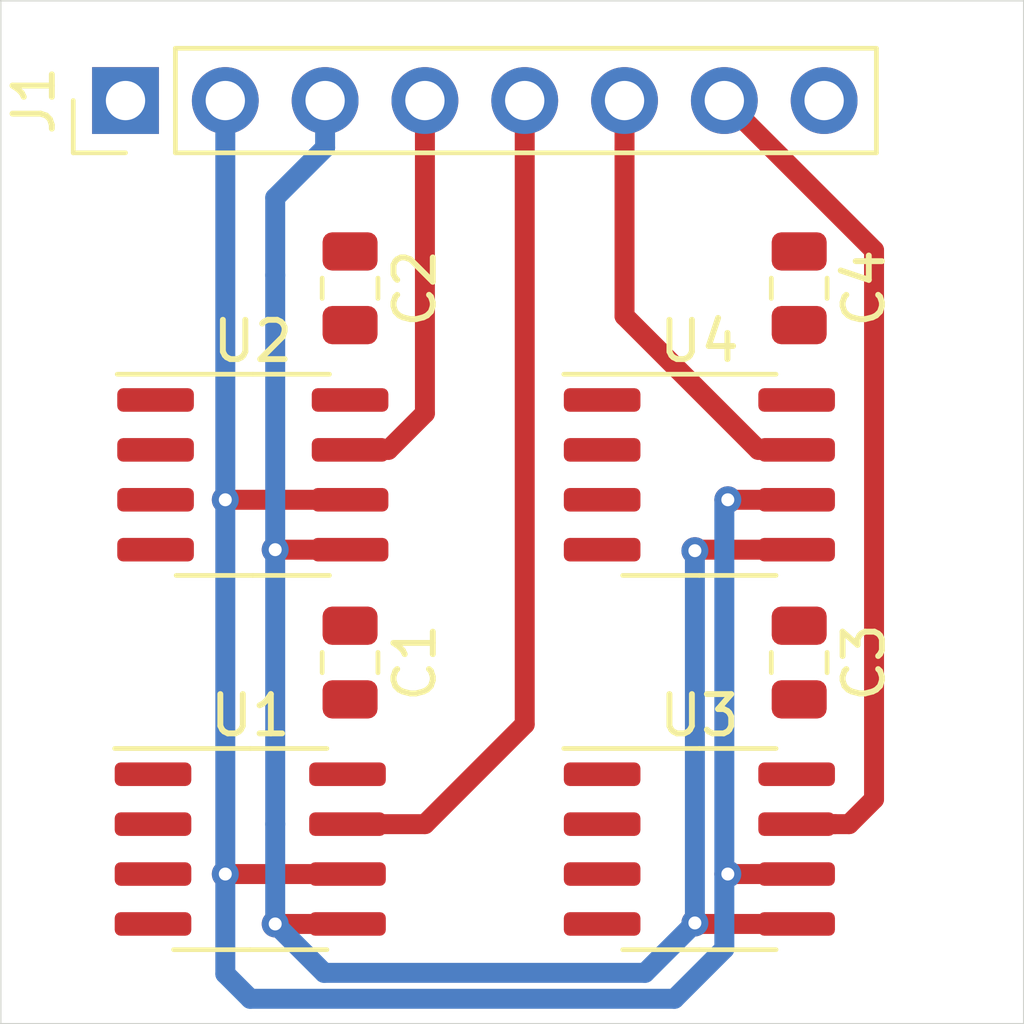
<source format=kicad_pcb>
(kicad_pcb (version 20171130) (host pcbnew 5.1.5-5.1.5)

  (general
    (thickness 1.6002)
    (drawings 4)
    (tracks 51)
    (zones 0)
    (modules 9)
    (nets 9)
  )

  (page USLetter)
  (title_block
    (rev 1)
  )

  (layers
    (0 Front signal)
    (31 Back signal)
    (34 B.Paste user)
    (35 F.Paste user)
    (36 B.SilkS user)
    (37 F.SilkS user)
    (38 B.Mask user)
    (39 F.Mask user)
    (44 Edge.Cuts user)
    (45 Margin user)
    (46 B.CrtYd user)
    (47 F.CrtYd user)
    (49 F.Fab user hide)
  )

  (setup
    (last_trace_width 0.508)
    (user_trace_width 0.254)
    (user_trace_width 0.508)
    (user_trace_width 0.762)
    (trace_clearance 0.1524)
    (zone_clearance 0.508)
    (zone_45_only no)
    (trace_min 0.1524)
    (via_size 0.508)
    (via_drill 0.254)
    (via_min_size 0.508)
    (via_min_drill 0.254)
    (user_via 0.6858 0.3302)
    (user_via 0.889 0.381)
    (uvia_size 0.6858)
    (uvia_drill 0.254)
    (uvias_allowed no)
    (uvia_min_size 0)
    (uvia_min_drill 0)
    (edge_width 0.0381)
    (segment_width 0.254)
    (pcb_text_width 0.3048)
    (pcb_text_size 1.524 1.524)
    (mod_edge_width 0.127)
    (mod_text_size 0.762 0.762)
    (mod_text_width 0.127)
    (pad_size 1.524 1.524)
    (pad_drill 0.762)
    (pad_to_mask_clearance 0.0508)
    (aux_axis_origin 0 0)
    (visible_elements FFFFFF7F)
    (pcbplotparams
      (layerselection 0x010fc_ffffffff)
      (usegerberextensions false)
      (usegerberattributes false)
      (usegerberadvancedattributes false)
      (creategerberjobfile false)
      (excludeedgelayer true)
      (linewidth 0.152400)
      (plotframeref false)
      (viasonmask false)
      (mode 1)
      (useauxorigin false)
      (hpglpennumber 1)
      (hpglpenspeed 20)
      (hpglpendiameter 15.000000)
      (psnegative false)
      (psa4output false)
      (plotreference true)
      (plotvalue false)
      (plotinvisibletext false)
      (padsonsilk false)
      (subtractmaskfromsilk true)
      (outputformat 1)
      (mirror false)
      (drillshape 0)
      (scaleselection 1)
      (outputdirectory "./gerbers"))
  )

  (net 0 "")
  (net 1 +5V)
  (net 2 GND)
  (net 3 /WP1)
  (net 4 /SCL)
  (net 5 /SDA)
  (net 6 /WP2)
  (net 7 /WP3)
  (net 8 /WP4)

  (net_class Default "This is the default net class."
    (clearance 0.1524)
    (trace_width 0.1524)
    (via_dia 0.508)
    (via_drill 0.254)
    (uvia_dia 0.6858)
    (uvia_drill 0.254)
    (diff_pair_width 0.1524)
    (diff_pair_gap 0.1524)
    (add_net +5V)
    (add_net /SCL)
    (add_net /SDA)
    (add_net /WP1)
    (add_net /WP2)
    (add_net /WP3)
    (add_net /WP4)
    (add_net GND)
  )

  (module Connector_PinHeader_2.54mm:PinHeader_1x08_P2.54mm_Vertical (layer Front) (tedit 59FED5CC) (tstamp 5EFEC595)
    (at 161.29 63.5 90)
    (descr "Through hole straight pin header, 1x08, 2.54mm pitch, single row")
    (tags "Through hole pin header THT 1x08 2.54mm single row")
    (path /5F00D230)
    (fp_text reference J1 (at 0 -2.33 90) (layer F.SilkS)
      (effects (font (size 1 1) (thickness 0.15)))
    )
    (fp_text value Conn_01x08_Male (at 0 20.11 90) (layer F.Fab)
      (effects (font (size 1 1) (thickness 0.15)))
    )
    (fp_text user %R (at 0 8.89) (layer F.Fab)
      (effects (font (size 1 1) (thickness 0.15)))
    )
    (fp_line (start 1.8 -1.8) (end -1.8 -1.8) (layer F.CrtYd) (width 0.05))
    (fp_line (start 1.8 19.55) (end 1.8 -1.8) (layer F.CrtYd) (width 0.05))
    (fp_line (start -1.8 19.55) (end 1.8 19.55) (layer F.CrtYd) (width 0.05))
    (fp_line (start -1.8 -1.8) (end -1.8 19.55) (layer F.CrtYd) (width 0.05))
    (fp_line (start -1.33 -1.33) (end 0 -1.33) (layer F.SilkS) (width 0.12))
    (fp_line (start -1.33 0) (end -1.33 -1.33) (layer F.SilkS) (width 0.12))
    (fp_line (start -1.33 1.27) (end 1.33 1.27) (layer F.SilkS) (width 0.12))
    (fp_line (start 1.33 1.27) (end 1.33 19.11) (layer F.SilkS) (width 0.12))
    (fp_line (start -1.33 1.27) (end -1.33 19.11) (layer F.SilkS) (width 0.12))
    (fp_line (start -1.33 19.11) (end 1.33 19.11) (layer F.SilkS) (width 0.12))
    (fp_line (start -1.27 -0.635) (end -0.635 -1.27) (layer F.Fab) (width 0.1))
    (fp_line (start -1.27 19.05) (end -1.27 -0.635) (layer F.Fab) (width 0.1))
    (fp_line (start 1.27 19.05) (end -1.27 19.05) (layer F.Fab) (width 0.1))
    (fp_line (start 1.27 -1.27) (end 1.27 19.05) (layer F.Fab) (width 0.1))
    (fp_line (start -0.635 -1.27) (end 1.27 -1.27) (layer F.Fab) (width 0.1))
    (pad 8 thru_hole oval (at 0 17.78 90) (size 1.7 1.7) (drill 1) (layers *.Cu *.Mask)
      (net 2 GND))
    (pad 7 thru_hole oval (at 0 15.24 90) (size 1.7 1.7) (drill 1) (layers *.Cu *.Mask)
      (net 7 /WP3))
    (pad 6 thru_hole oval (at 0 12.7 90) (size 1.7 1.7) (drill 1) (layers *.Cu *.Mask)
      (net 8 /WP4))
    (pad 5 thru_hole oval (at 0 10.16 90) (size 1.7 1.7) (drill 1) (layers *.Cu *.Mask)
      (net 3 /WP1))
    (pad 4 thru_hole oval (at 0 7.62 90) (size 1.7 1.7) (drill 1) (layers *.Cu *.Mask)
      (net 6 /WP2))
    (pad 3 thru_hole oval (at 0 5.08 90) (size 1.7 1.7) (drill 1) (layers *.Cu *.Mask)
      (net 5 /SDA))
    (pad 2 thru_hole oval (at 0 2.54 90) (size 1.7 1.7) (drill 1) (layers *.Cu *.Mask)
      (net 4 /SCL))
    (pad 1 thru_hole rect (at 0 0 90) (size 1.7 1.7) (drill 1) (layers *.Cu *.Mask)
      (net 1 +5V))
    (model ${KISYS3DMOD}/Connector_PinHeader_2.54mm.3dshapes/PinHeader_1x08_P2.54mm_Vertical.wrl
      (at (xyz 0 0 0))
      (scale (xyz 1 1 1))
      (rotate (xyz 0 0 0))
    )
  )

  (module Package_SO:SOIC-8_3.9x4.9mm_P1.27mm (layer Front) (tedit 5D9F72B1) (tstamp 5EFE5EE3)
    (at 175.895 73.025)
    (descr "SOIC, 8 Pin (JEDEC MS-012AA, https://www.analog.com/media/en/package-pcb-resources/package/pkg_pdf/soic_narrow-r/r_8.pdf), generated with kicad-footprint-generator ipc_gullwing_generator.py")
    (tags "SOIC SO")
    (path /5EFEAB27)
    (attr smd)
    (fp_text reference U4 (at 0 -3.4) (layer F.SilkS)
      (effects (font (size 1 1) (thickness 0.15)))
    )
    (fp_text value 24LC128 (at 0 3.4) (layer F.Fab)
      (effects (font (size 1 1) (thickness 0.15)))
    )
    (fp_text user %R (at 0 0) (layer F.Fab)
      (effects (font (size 0.98 0.98) (thickness 0.15)))
    )
    (fp_line (start 3.7 -2.7) (end -3.7 -2.7) (layer F.CrtYd) (width 0.05))
    (fp_line (start 3.7 2.7) (end 3.7 -2.7) (layer F.CrtYd) (width 0.05))
    (fp_line (start -3.7 2.7) (end 3.7 2.7) (layer F.CrtYd) (width 0.05))
    (fp_line (start -3.7 -2.7) (end -3.7 2.7) (layer F.CrtYd) (width 0.05))
    (fp_line (start -1.95 -1.475) (end -0.975 -2.45) (layer F.Fab) (width 0.1))
    (fp_line (start -1.95 2.45) (end -1.95 -1.475) (layer F.Fab) (width 0.1))
    (fp_line (start 1.95 2.45) (end -1.95 2.45) (layer F.Fab) (width 0.1))
    (fp_line (start 1.95 -2.45) (end 1.95 2.45) (layer F.Fab) (width 0.1))
    (fp_line (start -0.975 -2.45) (end 1.95 -2.45) (layer F.Fab) (width 0.1))
    (fp_line (start 0 -2.56) (end -3.45 -2.56) (layer F.SilkS) (width 0.12))
    (fp_line (start 0 -2.56) (end 1.95 -2.56) (layer F.SilkS) (width 0.12))
    (fp_line (start 0 2.56) (end -1.95 2.56) (layer F.SilkS) (width 0.12))
    (fp_line (start 0 2.56) (end 1.95 2.56) (layer F.SilkS) (width 0.12))
    (pad 8 smd roundrect (at 2.475 -1.905) (size 1.95 0.6) (layers Front F.Paste F.Mask) (roundrect_rratio 0.25)
      (net 1 +5V))
    (pad 7 smd roundrect (at 2.475 -0.635) (size 1.95 0.6) (layers Front F.Paste F.Mask) (roundrect_rratio 0.25)
      (net 8 /WP4))
    (pad 6 smd roundrect (at 2.475 0.635) (size 1.95 0.6) (layers Front F.Paste F.Mask) (roundrect_rratio 0.25)
      (net 4 /SCL))
    (pad 5 smd roundrect (at 2.475 1.905) (size 1.95 0.6) (layers Front F.Paste F.Mask) (roundrect_rratio 0.25)
      (net 5 /SDA))
    (pad 4 smd roundrect (at -2.475 1.905) (size 1.95 0.6) (layers Front F.Paste F.Mask) (roundrect_rratio 0.25)
      (net 2 GND))
    (pad 3 smd roundrect (at -2.475 0.635) (size 1.95 0.6) (layers Front F.Paste F.Mask) (roundrect_rratio 0.25)
      (net 2 GND))
    (pad 2 smd roundrect (at -2.475 -0.635) (size 1.95 0.6) (layers Front F.Paste F.Mask) (roundrect_rratio 0.25)
      (net 1 +5V))
    (pad 1 smd roundrect (at -2.475 -1.905) (size 1.95 0.6) (layers Front F.Paste F.Mask) (roundrect_rratio 0.25)
      (net 1 +5V))
    (model ${KISYS3DMOD}/Package_SO.3dshapes/SOIC-8_3.9x4.9mm_P1.27mm.wrl
      (at (xyz 0 0 0))
      (scale (xyz 1 1 1))
      (rotate (xyz 0 0 0))
    )
  )

  (module Package_SO:SOIC-8_3.9x4.9mm_P1.27mm (layer Front) (tedit 5D9F72B1) (tstamp 5EFE5EC9)
    (at 175.895 82.55)
    (descr "SOIC, 8 Pin (JEDEC MS-012AA, https://www.analog.com/media/en/package-pcb-resources/package/pkg_pdf/soic_narrow-r/r_8.pdf), generated with kicad-footprint-generator ipc_gullwing_generator.py")
    (tags "SOIC SO")
    (path /5EFEAB21)
    (attr smd)
    (fp_text reference U3 (at 0 -3.4) (layer F.SilkS)
      (effects (font (size 1 1) (thickness 0.15)))
    )
    (fp_text value 24LC128 (at 0 3.4) (layer F.Fab)
      (effects (font (size 1 1) (thickness 0.15)))
    )
    (fp_text user %R (at 0 0) (layer F.Fab)
      (effects (font (size 0.98 0.98) (thickness 0.15)))
    )
    (fp_line (start 3.7 -2.7) (end -3.7 -2.7) (layer F.CrtYd) (width 0.05))
    (fp_line (start 3.7 2.7) (end 3.7 -2.7) (layer F.CrtYd) (width 0.05))
    (fp_line (start -3.7 2.7) (end 3.7 2.7) (layer F.CrtYd) (width 0.05))
    (fp_line (start -3.7 -2.7) (end -3.7 2.7) (layer F.CrtYd) (width 0.05))
    (fp_line (start -1.95 -1.475) (end -0.975 -2.45) (layer F.Fab) (width 0.1))
    (fp_line (start -1.95 2.45) (end -1.95 -1.475) (layer F.Fab) (width 0.1))
    (fp_line (start 1.95 2.45) (end -1.95 2.45) (layer F.Fab) (width 0.1))
    (fp_line (start 1.95 -2.45) (end 1.95 2.45) (layer F.Fab) (width 0.1))
    (fp_line (start -0.975 -2.45) (end 1.95 -2.45) (layer F.Fab) (width 0.1))
    (fp_line (start 0 -2.56) (end -3.45 -2.56) (layer F.SilkS) (width 0.12))
    (fp_line (start 0 -2.56) (end 1.95 -2.56) (layer F.SilkS) (width 0.12))
    (fp_line (start 0 2.56) (end -1.95 2.56) (layer F.SilkS) (width 0.12))
    (fp_line (start 0 2.56) (end 1.95 2.56) (layer F.SilkS) (width 0.12))
    (pad 8 smd roundrect (at 2.475 -1.905) (size 1.95 0.6) (layers Front F.Paste F.Mask) (roundrect_rratio 0.25)
      (net 1 +5V))
    (pad 7 smd roundrect (at 2.475 -0.635) (size 1.95 0.6) (layers Front F.Paste F.Mask) (roundrect_rratio 0.25)
      (net 7 /WP3))
    (pad 6 smd roundrect (at 2.475 0.635) (size 1.95 0.6) (layers Front F.Paste F.Mask) (roundrect_rratio 0.25)
      (net 4 /SCL))
    (pad 5 smd roundrect (at 2.475 1.905) (size 1.95 0.6) (layers Front F.Paste F.Mask) (roundrect_rratio 0.25)
      (net 5 /SDA))
    (pad 4 smd roundrect (at -2.475 1.905) (size 1.95 0.6) (layers Front F.Paste F.Mask) (roundrect_rratio 0.25)
      (net 2 GND))
    (pad 3 smd roundrect (at -2.475 0.635) (size 1.95 0.6) (layers Front F.Paste F.Mask) (roundrect_rratio 0.25)
      (net 2 GND))
    (pad 2 smd roundrect (at -2.475 -0.635) (size 1.95 0.6) (layers Front F.Paste F.Mask) (roundrect_rratio 0.25)
      (net 1 +5V))
    (pad 1 smd roundrect (at -2.475 -1.905) (size 1.95 0.6) (layers Front F.Paste F.Mask) (roundrect_rratio 0.25)
      (net 2 GND))
    (model ${KISYS3DMOD}/Package_SO.3dshapes/SOIC-8_3.9x4.9mm_P1.27mm.wrl
      (at (xyz 0 0 0))
      (scale (xyz 1 1 1))
      (rotate (xyz 0 0 0))
    )
  )

  (module Package_SO:SOIC-8_3.9x4.9mm_P1.27mm (layer Front) (tedit 5D9F72B1) (tstamp 5EFE5EAF)
    (at 164.53 73.025)
    (descr "SOIC, 8 Pin (JEDEC MS-012AA, https://www.analog.com/media/en/package-pcb-resources/package/pkg_pdf/soic_narrow-r/r_8.pdf), generated with kicad-footprint-generator ipc_gullwing_generator.py")
    (tags "SOIC SO")
    (path /5EFE9969)
    (attr smd)
    (fp_text reference U2 (at 0 -3.4) (layer F.SilkS)
      (effects (font (size 1 1) (thickness 0.15)))
    )
    (fp_text value 24LC128 (at 0 3.4) (layer F.Fab)
      (effects (font (size 1 1) (thickness 0.15)))
    )
    (fp_text user %R (at 0 0) (layer F.Fab)
      (effects (font (size 0.98 0.98) (thickness 0.15)))
    )
    (fp_line (start 3.7 -2.7) (end -3.7 -2.7) (layer F.CrtYd) (width 0.05))
    (fp_line (start 3.7 2.7) (end 3.7 -2.7) (layer F.CrtYd) (width 0.05))
    (fp_line (start -3.7 2.7) (end 3.7 2.7) (layer F.CrtYd) (width 0.05))
    (fp_line (start -3.7 -2.7) (end -3.7 2.7) (layer F.CrtYd) (width 0.05))
    (fp_line (start -1.95 -1.475) (end -0.975 -2.45) (layer F.Fab) (width 0.1))
    (fp_line (start -1.95 2.45) (end -1.95 -1.475) (layer F.Fab) (width 0.1))
    (fp_line (start 1.95 2.45) (end -1.95 2.45) (layer F.Fab) (width 0.1))
    (fp_line (start 1.95 -2.45) (end 1.95 2.45) (layer F.Fab) (width 0.1))
    (fp_line (start -0.975 -2.45) (end 1.95 -2.45) (layer F.Fab) (width 0.1))
    (fp_line (start 0 -2.56) (end -3.45 -2.56) (layer F.SilkS) (width 0.12))
    (fp_line (start 0 -2.56) (end 1.95 -2.56) (layer F.SilkS) (width 0.12))
    (fp_line (start 0 2.56) (end -1.95 2.56) (layer F.SilkS) (width 0.12))
    (fp_line (start 0 2.56) (end 1.95 2.56) (layer F.SilkS) (width 0.12))
    (pad 8 smd roundrect (at 2.475 -1.905) (size 1.95 0.6) (layers Front F.Paste F.Mask) (roundrect_rratio 0.25)
      (net 1 +5V))
    (pad 7 smd roundrect (at 2.475 -0.635) (size 1.95 0.6) (layers Front F.Paste F.Mask) (roundrect_rratio 0.25)
      (net 6 /WP2))
    (pad 6 smd roundrect (at 2.475 0.635) (size 1.95 0.6) (layers Front F.Paste F.Mask) (roundrect_rratio 0.25)
      (net 4 /SCL))
    (pad 5 smd roundrect (at 2.475 1.905) (size 1.95 0.6) (layers Front F.Paste F.Mask) (roundrect_rratio 0.25)
      (net 5 /SDA))
    (pad 4 smd roundrect (at -2.475 1.905) (size 1.95 0.6) (layers Front F.Paste F.Mask) (roundrect_rratio 0.25)
      (net 2 GND))
    (pad 3 smd roundrect (at -2.475 0.635) (size 1.95 0.6) (layers Front F.Paste F.Mask) (roundrect_rratio 0.25)
      (net 2 GND))
    (pad 2 smd roundrect (at -2.475 -0.635) (size 1.95 0.6) (layers Front F.Paste F.Mask) (roundrect_rratio 0.25)
      (net 2 GND))
    (pad 1 smd roundrect (at -2.475 -1.905) (size 1.95 0.6) (layers Front F.Paste F.Mask) (roundrect_rratio 0.25)
      (net 1 +5V))
    (model ${KISYS3DMOD}/Package_SO.3dshapes/SOIC-8_3.9x4.9mm_P1.27mm.wrl
      (at (xyz 0 0 0))
      (scale (xyz 1 1 1))
      (rotate (xyz 0 0 0))
    )
  )

  (module Package_SO:SOIC-8_3.9x4.9mm_P1.27mm (layer Front) (tedit 5D9F72B1) (tstamp 5EFE5E95)
    (at 164.465 82.55)
    (descr "SOIC, 8 Pin (JEDEC MS-012AA, https://www.analog.com/media/en/package-pcb-resources/package/pkg_pdf/soic_narrow-r/r_8.pdf), generated with kicad-footprint-generator ipc_gullwing_generator.py")
    (tags "SOIC SO")
    (path /5EFE67ED)
    (attr smd)
    (fp_text reference U1 (at 0 -3.4) (layer F.SilkS)
      (effects (font (size 1 1) (thickness 0.15)))
    )
    (fp_text value 24LC128 (at 0 3.4) (layer F.Fab)
      (effects (font (size 1 1) (thickness 0.15)))
    )
    (fp_text user %R (at 0 0) (layer F.Fab)
      (effects (font (size 0.98 0.98) (thickness 0.15)))
    )
    (fp_line (start 3.7 -2.7) (end -3.7 -2.7) (layer F.CrtYd) (width 0.05))
    (fp_line (start 3.7 2.7) (end 3.7 -2.7) (layer F.CrtYd) (width 0.05))
    (fp_line (start -3.7 2.7) (end 3.7 2.7) (layer F.CrtYd) (width 0.05))
    (fp_line (start -3.7 -2.7) (end -3.7 2.7) (layer F.CrtYd) (width 0.05))
    (fp_line (start -1.95 -1.475) (end -0.975 -2.45) (layer F.Fab) (width 0.1))
    (fp_line (start -1.95 2.45) (end -1.95 -1.475) (layer F.Fab) (width 0.1))
    (fp_line (start 1.95 2.45) (end -1.95 2.45) (layer F.Fab) (width 0.1))
    (fp_line (start 1.95 -2.45) (end 1.95 2.45) (layer F.Fab) (width 0.1))
    (fp_line (start -0.975 -2.45) (end 1.95 -2.45) (layer F.Fab) (width 0.1))
    (fp_line (start 0 -2.56) (end -3.45 -2.56) (layer F.SilkS) (width 0.12))
    (fp_line (start 0 -2.56) (end 1.95 -2.56) (layer F.SilkS) (width 0.12))
    (fp_line (start 0 2.56) (end -1.95 2.56) (layer F.SilkS) (width 0.12))
    (fp_line (start 0 2.56) (end 1.95 2.56) (layer F.SilkS) (width 0.12))
    (pad 8 smd roundrect (at 2.475 -1.905) (size 1.95 0.6) (layers Front F.Paste F.Mask) (roundrect_rratio 0.25)
      (net 1 +5V))
    (pad 7 smd roundrect (at 2.475 -0.635) (size 1.95 0.6) (layers Front F.Paste F.Mask) (roundrect_rratio 0.25)
      (net 3 /WP1))
    (pad 6 smd roundrect (at 2.475 0.635) (size 1.95 0.6) (layers Front F.Paste F.Mask) (roundrect_rratio 0.25)
      (net 4 /SCL))
    (pad 5 smd roundrect (at 2.475 1.905) (size 1.95 0.6) (layers Front F.Paste F.Mask) (roundrect_rratio 0.25)
      (net 5 /SDA))
    (pad 4 smd roundrect (at -2.475 1.905) (size 1.95 0.6) (layers Front F.Paste F.Mask) (roundrect_rratio 0.25)
      (net 2 GND))
    (pad 3 smd roundrect (at -2.475 0.635) (size 1.95 0.6) (layers Front F.Paste F.Mask) (roundrect_rratio 0.25)
      (net 2 GND))
    (pad 2 smd roundrect (at -2.475 -0.635) (size 1.95 0.6) (layers Front F.Paste F.Mask) (roundrect_rratio 0.25)
      (net 2 GND))
    (pad 1 smd roundrect (at -2.475 -1.905) (size 1.95 0.6) (layers Front F.Paste F.Mask) (roundrect_rratio 0.25)
      (net 2 GND))
    (model ${KISYS3DMOD}/Package_SO.3dshapes/SOIC-8_3.9x4.9mm_P1.27mm.wrl
      (at (xyz 0 0 0))
      (scale (xyz 1 1 1))
      (rotate (xyz 0 0 0))
    )
  )

  (module Capacitor_SMD:C_0805_2012Metric (layer Front) (tedit 5B36C52B) (tstamp 5EFE5E7B)
    (at 178.435 68.2775 270)
    (descr "Capacitor SMD 0805 (2012 Metric), square (rectangular) end terminal, IPC_7351 nominal, (Body size source: https://docs.google.com/spreadsheets/d/1BsfQQcO9C6DZCsRaXUlFlo91Tg2WpOkGARC1WS5S8t0/edit?usp=sharing), generated with kicad-footprint-generator")
    (tags capacitor)
    (path /5F000361)
    (attr smd)
    (fp_text reference C4 (at 0 -1.65 90) (layer F.SilkS)
      (effects (font (size 1 1) (thickness 0.15)))
    )
    (fp_text value C (at 0 1.65 90) (layer F.Fab)
      (effects (font (size 1 1) (thickness 0.15)))
    )
    (fp_text user %R (at 0 0 90) (layer F.Fab)
      (effects (font (size 0.5 0.5) (thickness 0.08)))
    )
    (fp_line (start 1.68 0.95) (end -1.68 0.95) (layer F.CrtYd) (width 0.05))
    (fp_line (start 1.68 -0.95) (end 1.68 0.95) (layer F.CrtYd) (width 0.05))
    (fp_line (start -1.68 -0.95) (end 1.68 -0.95) (layer F.CrtYd) (width 0.05))
    (fp_line (start -1.68 0.95) (end -1.68 -0.95) (layer F.CrtYd) (width 0.05))
    (fp_line (start -0.258578 0.71) (end 0.258578 0.71) (layer F.SilkS) (width 0.12))
    (fp_line (start -0.258578 -0.71) (end 0.258578 -0.71) (layer F.SilkS) (width 0.12))
    (fp_line (start 1 0.6) (end -1 0.6) (layer F.Fab) (width 0.1))
    (fp_line (start 1 -0.6) (end 1 0.6) (layer F.Fab) (width 0.1))
    (fp_line (start -1 -0.6) (end 1 -0.6) (layer F.Fab) (width 0.1))
    (fp_line (start -1 0.6) (end -1 -0.6) (layer F.Fab) (width 0.1))
    (pad 2 smd roundrect (at 0.9375 0 270) (size 0.975 1.4) (layers Front F.Paste F.Mask) (roundrect_rratio 0.25)
      (net 1 +5V))
    (pad 1 smd roundrect (at -0.9375 0 270) (size 0.975 1.4) (layers Front F.Paste F.Mask) (roundrect_rratio 0.25)
      (net 2 GND))
    (model ${KISYS3DMOD}/Capacitor_SMD.3dshapes/C_0805_2012Metric.wrl
      (at (xyz 0 0 0))
      (scale (xyz 1 1 1))
      (rotate (xyz 0 0 0))
    )
  )

  (module Capacitor_SMD:C_0805_2012Metric (layer Front) (tedit 5B36C52B) (tstamp 5EFE5E6A)
    (at 178.435 77.8025 270)
    (descr "Capacitor SMD 0805 (2012 Metric), square (rectangular) end terminal, IPC_7351 nominal, (Body size source: https://docs.google.com/spreadsheets/d/1BsfQQcO9C6DZCsRaXUlFlo91Tg2WpOkGARC1WS5S8t0/edit?usp=sharing), generated with kicad-footprint-generator")
    (tags capacitor)
    (path /5F000A55)
    (attr smd)
    (fp_text reference C3 (at 0 -1.65 90) (layer F.SilkS)
      (effects (font (size 1 1) (thickness 0.15)))
    )
    (fp_text value C (at 0 1.65 90) (layer F.Fab)
      (effects (font (size 1 1) (thickness 0.15)))
    )
    (fp_text user %R (at 0 0 90) (layer F.Fab)
      (effects (font (size 0.5 0.5) (thickness 0.08)))
    )
    (fp_line (start 1.68 0.95) (end -1.68 0.95) (layer F.CrtYd) (width 0.05))
    (fp_line (start 1.68 -0.95) (end 1.68 0.95) (layer F.CrtYd) (width 0.05))
    (fp_line (start -1.68 -0.95) (end 1.68 -0.95) (layer F.CrtYd) (width 0.05))
    (fp_line (start -1.68 0.95) (end -1.68 -0.95) (layer F.CrtYd) (width 0.05))
    (fp_line (start -0.258578 0.71) (end 0.258578 0.71) (layer F.SilkS) (width 0.12))
    (fp_line (start -0.258578 -0.71) (end 0.258578 -0.71) (layer F.SilkS) (width 0.12))
    (fp_line (start 1 0.6) (end -1 0.6) (layer F.Fab) (width 0.1))
    (fp_line (start 1 -0.6) (end 1 0.6) (layer F.Fab) (width 0.1))
    (fp_line (start -1 -0.6) (end 1 -0.6) (layer F.Fab) (width 0.1))
    (fp_line (start -1 0.6) (end -1 -0.6) (layer F.Fab) (width 0.1))
    (pad 2 smd roundrect (at 0.9375 0 270) (size 0.975 1.4) (layers Front F.Paste F.Mask) (roundrect_rratio 0.25)
      (net 1 +5V))
    (pad 1 smd roundrect (at -0.9375 0 270) (size 0.975 1.4) (layers Front F.Paste F.Mask) (roundrect_rratio 0.25)
      (net 2 GND))
    (model ${KISYS3DMOD}/Capacitor_SMD.3dshapes/C_0805_2012Metric.wrl
      (at (xyz 0 0 0))
      (scale (xyz 1 1 1))
      (rotate (xyz 0 0 0))
    )
  )

  (module Capacitor_SMD:C_0805_2012Metric (layer Front) (tedit 5B36C52B) (tstamp 5EFE5E59)
    (at 167.005 68.2775 270)
    (descr "Capacitor SMD 0805 (2012 Metric), square (rectangular) end terminal, IPC_7351 nominal, (Body size source: https://docs.google.com/spreadsheets/d/1BsfQQcO9C6DZCsRaXUlFlo91Tg2WpOkGARC1WS5S8t0/edit?usp=sharing), generated with kicad-footprint-generator")
    (tags capacitor)
    (path /5EFFCD1F)
    (attr smd)
    (fp_text reference C2 (at 0 -1.65 90) (layer F.SilkS)
      (effects (font (size 1 1) (thickness 0.15)))
    )
    (fp_text value C (at 0 1.65 90) (layer F.Fab)
      (effects (font (size 1 1) (thickness 0.15)))
    )
    (fp_text user %R (at 0 0 90) (layer F.Fab)
      (effects (font (size 0.5 0.5) (thickness 0.08)))
    )
    (fp_line (start 1.68 0.95) (end -1.68 0.95) (layer F.CrtYd) (width 0.05))
    (fp_line (start 1.68 -0.95) (end 1.68 0.95) (layer F.CrtYd) (width 0.05))
    (fp_line (start -1.68 -0.95) (end 1.68 -0.95) (layer F.CrtYd) (width 0.05))
    (fp_line (start -1.68 0.95) (end -1.68 -0.95) (layer F.CrtYd) (width 0.05))
    (fp_line (start -0.258578 0.71) (end 0.258578 0.71) (layer F.SilkS) (width 0.12))
    (fp_line (start -0.258578 -0.71) (end 0.258578 -0.71) (layer F.SilkS) (width 0.12))
    (fp_line (start 1 0.6) (end -1 0.6) (layer F.Fab) (width 0.1))
    (fp_line (start 1 -0.6) (end 1 0.6) (layer F.Fab) (width 0.1))
    (fp_line (start -1 -0.6) (end 1 -0.6) (layer F.Fab) (width 0.1))
    (fp_line (start -1 0.6) (end -1 -0.6) (layer F.Fab) (width 0.1))
    (pad 2 smd roundrect (at 0.9375 0 270) (size 0.975 1.4) (layers Front F.Paste F.Mask) (roundrect_rratio 0.25)
      (net 1 +5V))
    (pad 1 smd roundrect (at -0.9375 0 270) (size 0.975 1.4) (layers Front F.Paste F.Mask) (roundrect_rratio 0.25)
      (net 2 GND))
    (model ${KISYS3DMOD}/Capacitor_SMD.3dshapes/C_0805_2012Metric.wrl
      (at (xyz 0 0 0))
      (scale (xyz 1 1 1))
      (rotate (xyz 0 0 0))
    )
  )

  (module Capacitor_SMD:C_0805_2012Metric (layer Front) (tedit 5B36C52B) (tstamp 5EFE5E48)
    (at 167.005 77.8025 270)
    (descr "Capacitor SMD 0805 (2012 Metric), square (rectangular) end terminal, IPC_7351 nominal, (Body size source: https://docs.google.com/spreadsheets/d/1BsfQQcO9C6DZCsRaXUlFlo91Tg2WpOkGARC1WS5S8t0/edit?usp=sharing), generated with kicad-footprint-generator")
    (tags capacitor)
    (path /5F000629)
    (attr smd)
    (fp_text reference C1 (at 0 -1.65 90) (layer F.SilkS)
      (effects (font (size 1 1) (thickness 0.15)))
    )
    (fp_text value C (at 0 1.65 90) (layer F.Fab)
      (effects (font (size 1 1) (thickness 0.15)))
    )
    (fp_text user %R (at 0 0 90) (layer F.Fab)
      (effects (font (size 0.5 0.5) (thickness 0.08)))
    )
    (fp_line (start 1.68 0.95) (end -1.68 0.95) (layer F.CrtYd) (width 0.05))
    (fp_line (start 1.68 -0.95) (end 1.68 0.95) (layer F.CrtYd) (width 0.05))
    (fp_line (start -1.68 -0.95) (end 1.68 -0.95) (layer F.CrtYd) (width 0.05))
    (fp_line (start -1.68 0.95) (end -1.68 -0.95) (layer F.CrtYd) (width 0.05))
    (fp_line (start -0.258578 0.71) (end 0.258578 0.71) (layer F.SilkS) (width 0.12))
    (fp_line (start -0.258578 -0.71) (end 0.258578 -0.71) (layer F.SilkS) (width 0.12))
    (fp_line (start 1 0.6) (end -1 0.6) (layer F.Fab) (width 0.1))
    (fp_line (start 1 -0.6) (end 1 0.6) (layer F.Fab) (width 0.1))
    (fp_line (start -1 -0.6) (end 1 -0.6) (layer F.Fab) (width 0.1))
    (fp_line (start -1 0.6) (end -1 -0.6) (layer F.Fab) (width 0.1))
    (pad 2 smd roundrect (at 0.9375 0 270) (size 0.975 1.4) (layers Front F.Paste F.Mask) (roundrect_rratio 0.25)
      (net 1 +5V))
    (pad 1 smd roundrect (at -0.9375 0 270) (size 0.975 1.4) (layers Front F.Paste F.Mask) (roundrect_rratio 0.25)
      (net 2 GND))
    (model ${KISYS3DMOD}/Capacitor_SMD.3dshapes/C_0805_2012Metric.wrl
      (at (xyz 0 0 0))
      (scale (xyz 1 1 1))
      (rotate (xyz 0 0 0))
    )
  )

  (gr_line (start 158.115 86.995) (end 158.115 60.96) (layer Edge.Cuts) (width 0.0381) (tstamp 5EFE6438))
  (gr_line (start 184.15 86.995) (end 158.115 86.995) (layer Edge.Cuts) (width 0.0381))
  (gr_line (start 184.15 60.96) (end 184.15 86.995) (layer Edge.Cuts) (width 0.0381))
  (gr_line (start 158.115 60.96) (end 184.15 60.96) (layer Edge.Cuts) (width 0.0381))

  (segment (start 166.94 81.915) (end 168.91 81.915) (width 0.508) (layer Front) (net 3))
  (segment (start 171.45 79.375) (end 171.45 63.5) (width 0.508) (layer Front) (net 3))
  (segment (start 168.91 81.915) (end 171.45 79.375) (width 0.508) (layer Front) (net 3))
  (segment (start 163.83 85.09) (end 163.83 85.725) (width 0.508) (layer Back) (net 4))
  (segment (start 163.83 85.725) (end 164.465 86.36) (width 0.508) (layer Back) (net 4))
  (segment (start 164.465 86.36) (end 175.26 86.36) (width 0.508) (layer Back) (net 4))
  (segment (start 175.26 86.36) (end 176.53 85.09) (width 0.508) (layer Back) (net 4))
  (segment (start 176.53 85.09) (end 176.53 73.66) (width 0.508) (layer Back) (net 4))
  (via (at 176.61889 73.66) (size 0.6858) (drill 0.3302) (layers Front Back) (net 4))
  (segment (start 178.37 73.66) (end 176.61889 73.66) (width 0.508) (layer Front) (net 4))
  (via (at 176.61889 83.185) (size 0.6858) (drill 0.3302) (layers Front Back) (net 4))
  (segment (start 178.37 83.185) (end 176.61889 83.185) (width 0.508) (layer Front) (net 4))
  (via (at 163.83 83.185) (size 0.6858) (drill 0.3302) (layers Front Back) (net 4))
  (segment (start 166.94 83.185) (end 163.83 83.185) (width 0.508) (layer Front) (net 4))
  (segment (start 163.83 83.185) (end 163.83 85.09) (width 0.508) (layer Back) (net 4))
  (via (at 163.83 73.66) (size 0.6858) (drill 0.3302) (layers Front Back) (net 4))
  (segment (start 167.005 73.66) (end 163.83 73.66) (width 0.508) (layer Front) (net 4))
  (segment (start 163.83 63.5) (end 163.83 73.66) (width 0.508) (layer Back) (net 4))
  (segment (start 163.83 73.66) (end 163.83 83.185) (width 0.508) (layer Back) (net 4))
  (segment (start 166.37 64.702081) (end 165.1 65.972081) (width 0.508) (layer Back) (net 5))
  (segment (start 166.37 63.5) (end 166.37 64.702081) (width 0.508) (layer Back) (net 5))
  (segment (start 165.1 65.972081) (end 165.1 67.945) (width 0.508) (layer Back) (net 5))
  (via (at 165.1 74.93) (size 0.6858) (drill 0.3302) (layers Front Back) (net 5))
  (segment (start 167.005 74.93) (end 165.1 74.93) (width 0.508) (layer Front) (net 5))
  (segment (start 165.1 67.945) (end 165.1 74.93) (width 0.508) (layer Back) (net 5))
  (segment (start 165.1 74.93) (end 165.1 81.915) (width 0.508) (layer Back) (net 5))
  (via (at 165.1 84.455) (size 0.6858) (drill 0.3302) (layers Front Back) (net 5))
  (segment (start 166.94 84.455) (end 165.1 84.455) (width 0.508) (layer Front) (net 5))
  (segment (start 165.1 81.915) (end 165.1 84.455) (width 0.508) (layer Back) (net 5))
  (via (at 175.7807 84.42959) (size 0.6858) (drill 0.3302) (layers Front Back) (net 5))
  (segment (start 178.37 84.455) (end 175.80611 84.455) (width 0.508) (layer Front) (net 5))
  (segment (start 175.80611 84.455) (end 175.7807 84.42959) (width 0.508) (layer Front) (net 5))
  (segment (start 178.37 74.93) (end 175.80611 74.93) (width 0.508) (layer Front) (net 5))
  (via (at 175.7807 74.95541) (size 0.6858) (drill 0.3302) (layers Front Back) (net 5))
  (segment (start 175.80611 74.93) (end 175.7807 74.95541) (width 0.508) (layer Front) (net 5))
  (segment (start 175.7807 84.42959) (end 174.5107 85.69959) (width 0.508) (layer Back) (net 5))
  (segment (start 166.34459 85.69959) (end 165.1 84.455) (width 0.508) (layer Back) (net 5))
  (segment (start 174.5107 85.69959) (end 166.34459 85.69959) (width 0.508) (layer Back) (net 5))
  (segment (start 175.7807 84.42959) (end 175.7807 74.95541) (width 0.508) (layer Back) (net 5))
  (segment (start 167.98 72.39) (end 167.005 72.39) (width 0.508) (layer Front) (net 6))
  (segment (start 168.91 71.46) (end 167.98 72.39) (width 0.508) (layer Front) (net 6))
  (segment (start 168.91 63.5) (end 168.91 71.46) (width 0.508) (layer Front) (net 6))
  (segment (start 176.53 63.5) (end 180.34 67.31) (width 0.508) (layer Front) (net 7))
  (segment (start 179.345 81.915) (end 178.37 81.915) (width 0.508) (layer Front) (net 7))
  (segment (start 179.705 81.915) (end 179.345 81.915) (width 0.508) (layer Front) (net 7))
  (segment (start 180.34 81.28) (end 179.705 81.915) (width 0.508) (layer Front) (net 7))
  (segment (start 180.34 67.31) (end 180.34 81.28) (width 0.508) (layer Front) (net 7))
  (segment (start 177.395 72.39) (end 173.99 68.985) (width 0.508) (layer Front) (net 8))
  (segment (start 173.99 64.702081) (end 173.99 63.5) (width 0.508) (layer Front) (net 8))
  (segment (start 173.99 68.985) (end 173.99 64.702081) (width 0.508) (layer Front) (net 8))
  (segment (start 178.37 72.39) (end 177.395 72.39) (width 0.508) (layer Front) (net 8))

)

</source>
